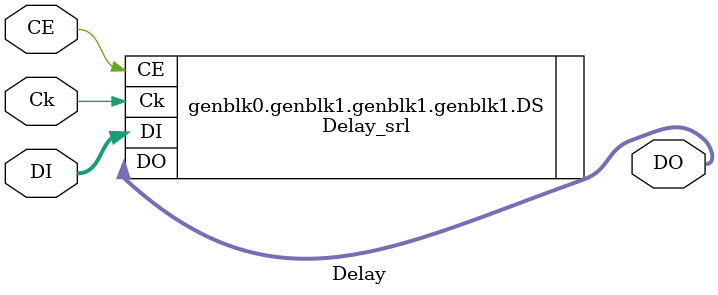
<source format=v>


`timescale 1ns/1ps


module Delay #(parameter SW = 8,DN = 6, TP = "AUTO")
       (
        input          Ck ,
        input          CE ,
        input [SW-1:0] DI ,
        output[SW-1:0] DO    
       );

generate
begin
  if(TP == "AUTO")
  begin
    if(DN<4)
    begin
      Delay_reg #(.SW(SW),.DN(DN)) DR
           (
            .Ck(Ck), .CE(CE), .DI(DI), .DO(DO)
           );
     end      
     else if(DN < 65)
     begin
       Delay_srl #(.SW(SW),.DN(DN)) DS
          (
           .Ck(Ck), .CE(CE), .DI(DI), .DO(DO)
          );
     end     
     else     
     begin
       Delay_ram #(.SW(SW),.DN(DN)) DRA
         (
          .Ck(Ck), .CE(CE), .DI(DI), .DO(DO)
         );
    end       
  end
  else if(TP == "REG")
  begin
    Delay_reg #(.SW(SW),.DN(DN)) DR
       (
        .Ck(Ck), .CE(CE), .DI(DI), .DO(DO)
       );
  end  
  else if(TP == "SRL")
  begin
    Delay_srl #(.SW(SW),.DN(DN)) DS
       (
        .Ck(Ck), .CE(CE), .DI(DI), .DO(DO)
       );
  end     
  else if(TP == "BRAM")
  begin
    if(DN>3)
    begin
      Delay_ram #(.SW(SW),.DN(DN)) DRA
         (
          .Ck(Ck), .CE(CE), .DI(DI), .DO(DO)
         );
    end     
    else
    begin
      Delay_reg #(.SW(SW),.DN(DN)) DR
         (
          .Ck(Ck), .CE(CE), .DI(DI), .DO(DO)
         );
    end     
  end
end
endgenerate



endmodule
</source>
